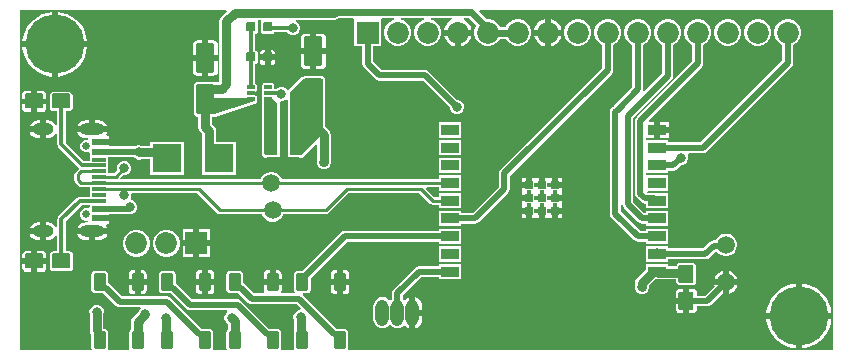
<source format=gbr>
%TF.GenerationSoftware,Altium Limited,Altium Designer,24.0.1 (36)*%
G04 Layer_Physical_Order=1*
G04 Layer_Color=255*
%FSLAX45Y45*%
%MOMM*%
%TF.SameCoordinates,0E29F696-F137-483D-8A73-7D746D5A856F*%
%TF.FilePolarity,Positive*%
%TF.FileFunction,Copper,L1,Top,Signal*%
%TF.Part,Single*%
G01*
G75*
%TA.AperFunction,BGAPad,CuDef*%
%ADD10R,0.70000X0.70000*%
%TA.AperFunction,SMDPad,CuDef*%
%ADD11R,1.50000X0.90000*%
G04:AMPARAMS|DCode=12|XSize=1.524mm|YSize=1.27mm|CornerRadius=0.09525mm|HoleSize=0mm|Usage=FLASHONLY|Rotation=270.000|XOffset=0mm|YOffset=0mm|HoleType=Round|Shape=RoundedRectangle|*
%AMROUNDEDRECTD12*
21,1,1.52400,1.07950,0,0,270.0*
21,1,1.33350,1.27000,0,0,270.0*
1,1,0.19050,-0.53975,-0.66675*
1,1,0.19050,-0.53975,0.66675*
1,1,0.19050,0.53975,0.66675*
1,1,0.19050,0.53975,-0.66675*
%
%ADD12ROUNDEDRECTD12*%
G04:AMPARAMS|DCode=13|XSize=1mm|YSize=1.5mm|CornerRadius=0.075mm|HoleSize=0mm|Usage=FLASHONLY|Rotation=0.000|XOffset=0mm|YOffset=0mm|HoleType=Round|Shape=RoundedRectangle|*
%AMROUNDEDRECTD13*
21,1,1.00000,1.35000,0,0,0.0*
21,1,0.85000,1.50000,0,0,0.0*
1,1,0.15000,0.42500,-0.67500*
1,1,0.15000,-0.42500,-0.67500*
1,1,0.15000,-0.42500,0.67500*
1,1,0.15000,0.42500,0.67500*
%
%ADD13ROUNDEDRECTD13*%
%ADD14R,0.80000X2.70000*%
G04:AMPARAMS|DCode=15|XSize=0.66mm|YSize=0.31mm|CornerRadius=0.02325mm|HoleSize=0mm|Usage=FLASHONLY|Rotation=0.000|XOffset=0mm|YOffset=0mm|HoleType=Round|Shape=RoundedRectangle|*
%AMROUNDEDRECTD15*
21,1,0.66000,0.26350,0,0,0.0*
21,1,0.61350,0.31000,0,0,0.0*
1,1,0.04650,0.30675,-0.13175*
1,1,0.04650,-0.30675,-0.13175*
1,1,0.04650,-0.30675,0.13175*
1,1,0.04650,0.30675,0.13175*
%
%ADD15ROUNDEDRECTD15*%
G04:AMPARAMS|DCode=16|XSize=0.762mm|YSize=0.762mm|CornerRadius=0.0381mm|HoleSize=0mm|Usage=FLASHONLY|Rotation=0.000|XOffset=0mm|YOffset=0mm|HoleType=Round|Shape=RoundedRectangle|*
%AMROUNDEDRECTD16*
21,1,0.76200,0.68580,0,0,0.0*
21,1,0.68580,0.76200,0,0,0.0*
1,1,0.07620,0.34290,-0.34290*
1,1,0.07620,-0.34290,-0.34290*
1,1,0.07620,-0.34290,0.34290*
1,1,0.07620,0.34290,0.34290*
%
%ADD16ROUNDEDRECTD16*%
%ADD17R,2.40000X2.40000*%
G04:AMPARAMS|DCode=18|XSize=2.5mm|YSize=1.6mm|CornerRadius=0.12mm|HoleSize=0mm|Usage=FLASHONLY|Rotation=90.000|XOffset=0mm|YOffset=0mm|HoleType=Round|Shape=RoundedRectangle|*
%AMROUNDEDRECTD18*
21,1,2.50000,1.36000,0,0,90.0*
21,1,2.26000,1.60000,0,0,90.0*
1,1,0.24000,0.68000,1.13000*
1,1,0.24000,0.68000,-1.13000*
1,1,0.24000,-0.68000,-1.13000*
1,1,0.24000,-0.68000,1.13000*
%
%ADD18ROUNDEDRECTD18*%
G04:AMPARAMS|DCode=19|XSize=1.524mm|YSize=1.27mm|CornerRadius=0.09525mm|HoleSize=0mm|Usage=FLASHONLY|Rotation=0.000|XOffset=0mm|YOffset=0mm|HoleType=Round|Shape=RoundedRectangle|*
%AMROUNDEDRECTD19*
21,1,1.52400,1.07950,0,0,0.0*
21,1,1.33350,1.27000,0,0,0.0*
1,1,0.19050,0.66675,-0.53975*
1,1,0.19050,-0.66675,-0.53975*
1,1,0.19050,-0.66675,0.53975*
1,1,0.19050,0.66675,0.53975*
%
%ADD19ROUNDEDRECTD19*%
%TA.AperFunction,ConnectorPad*%
%ADD20R,1.15000X0.30000*%
%ADD21R,1.15000X0.60000*%
%TA.AperFunction,Conductor*%
%ADD22C,0.50000*%
%ADD23C,0.25000*%
%ADD24C,0.60000*%
%ADD25C,0.75000*%
%ADD26C,0.30000*%
%TA.AperFunction,ComponentPad*%
%ADD27C,0.40000*%
%ADD28C,1.85000*%
%ADD29R,1.85000X1.85000*%
%ADD30O,1.11000X2.22000*%
%ADD31C,0.65000*%
%ADD32O,2.10000X1.00000*%
%ADD33O,1.80000X1.00000*%
%ADD34C,5.00000*%
%TA.AperFunction,ViaPad*%
%ADD35C,1.50000*%
%ADD36C,0.80000*%
G36*
X6941373Y2250000D02*
X6941373Y2249999D01*
Y750000D01*
Y58627D01*
X2842313D01*
X2836166Y67194D01*
X2834738Y71327D01*
X2836538Y80380D01*
Y215380D01*
X2834404Y226110D01*
X2828326Y235206D01*
X2819230Y241284D01*
X2808500Y243418D01*
X2742725D01*
X2741000Y243762D01*
X2735004D01*
X2451043Y527723D01*
X2448172Y529641D01*
X2452025Y542341D01*
X2488500D01*
X2499230Y544476D01*
X2508326Y550554D01*
X2514404Y559650D01*
X2516539Y570380D01*
Y668532D01*
X2828125Y980118D01*
X3602000D01*
Y961000D01*
X3792000D01*
Y1091000D01*
X3602000D01*
Y1071882D01*
X2809120D01*
X2791562Y1068389D01*
X2776677Y1058443D01*
X2451652Y733418D01*
X2403500D01*
X2392770Y731284D01*
X2383674Y725206D01*
X2377596Y716110D01*
X2375461Y705380D01*
Y570380D01*
X2377596Y559650D01*
X2381463Y553861D01*
X2377264Y542871D01*
X2375838Y541161D01*
X2271838D01*
X2265050Y553861D01*
X2267614Y557699D01*
X2270136Y570380D01*
Y612880D01*
X2118863D01*
Y570380D01*
X2121386Y557699D01*
X2123950Y553861D01*
X2117161Y541161D01*
X2036105D01*
X1956943Y620323D01*
X1945039Y628277D01*
Y705380D01*
X1942904Y716110D01*
X1936826Y725206D01*
X1927730Y731284D01*
X1917000Y733418D01*
X1832000D01*
X1821270Y731284D01*
X1812174Y725206D01*
X1806096Y716110D01*
X1803961Y705380D01*
Y570380D01*
X1806096Y559650D01*
X1812174Y550554D01*
X1821270Y544476D01*
X1832000Y542341D01*
X1897775D01*
X1899500Y541998D01*
X1905495D01*
X1984657Y462837D01*
X1999542Y452891D01*
X2017100Y449398D01*
X2399595D01*
X2433413Y415580D01*
X2428153Y402880D01*
X2418965D01*
X2396913Y393745D01*
X2380034Y376867D01*
X2370900Y354815D01*
Y330945D01*
X2374873Y321353D01*
Y160380D01*
X2375461Y157424D01*
Y80380D01*
X2377262Y71327D01*
X2375834Y67194D01*
X2369687Y58627D01*
X2270813D01*
X2264666Y67194D01*
X2263238Y71327D01*
X2265038Y80380D01*
Y215380D01*
X2262904Y226110D01*
X2256826Y235206D01*
X2247730Y241284D01*
X2237000Y243418D01*
X2171225D01*
X2169500Y243762D01*
X2163504D01*
X1930343Y476923D01*
X1915458Y486869D01*
X1897900Y490361D01*
X1515405D01*
X1385443Y620323D01*
X1373539Y628277D01*
Y705380D01*
X1371404Y716110D01*
X1365326Y725206D01*
X1356230Y731284D01*
X1345500Y733418D01*
X1260500D01*
X1249770Y731284D01*
X1240674Y725206D01*
X1234596Y716110D01*
X1232461Y705380D01*
Y570380D01*
X1234596Y559650D01*
X1240674Y550554D01*
X1249770Y544476D01*
X1260500Y542341D01*
X1326275D01*
X1328000Y541998D01*
X1333995D01*
X1463957Y412037D01*
X1478842Y402091D01*
X1496400Y398598D01*
X1806972D01*
X1809069Y394635D01*
X1810866Y385898D01*
X1795834Y370867D01*
X1786700Y348815D01*
Y324945D01*
X1795834Y302893D01*
X1812713Y286014D01*
X1813719Y285598D01*
X1815873Y283443D01*
Y237678D01*
X1812174Y235206D01*
X1806096Y226110D01*
X1803961Y215380D01*
Y80380D01*
X1805762Y71327D01*
X1804334Y67194D01*
X1798187Y58627D01*
X1699313D01*
X1693166Y67194D01*
X1691738Y71327D01*
X1693538Y80380D01*
Y215380D01*
X1691404Y226110D01*
X1685326Y235206D01*
X1676230Y241284D01*
X1665500Y243418D01*
X1599725D01*
X1598000Y243762D01*
X1592004D01*
X1333443Y502323D01*
X1318558Y512269D01*
X1301000Y515761D01*
X918505D01*
X813943Y620323D01*
X802039Y628277D01*
Y705380D01*
X799904Y716110D01*
X793826Y725206D01*
X784730Y731284D01*
X774000Y733418D01*
X689000D01*
X678270Y731284D01*
X669174Y725206D01*
X663096Y716110D01*
X660961Y705380D01*
Y570380D01*
X663096Y559650D01*
X669174Y550554D01*
X678270Y544476D01*
X689000Y542341D01*
X754775D01*
X756500Y541998D01*
X762495D01*
X867057Y437437D01*
X881942Y427491D01*
X899500Y423998D01*
X1073025D01*
X1078286Y411298D01*
X1066734Y399747D01*
X1065361Y396432D01*
X1010045Y341115D01*
X997336Y322095D01*
X992873Y299660D01*
Y237678D01*
X989174Y235206D01*
X983096Y226110D01*
X980961Y215380D01*
Y80380D01*
X982762Y71327D01*
X981334Y67194D01*
X975187Y58627D01*
X807813D01*
X801666Y67194D01*
X800238Y71327D01*
X802039Y80380D01*
Y215380D01*
X799904Y226110D01*
X793826Y235206D01*
X784730Y241284D01*
X774000Y243418D01*
X768507D01*
X762326Y252669D01*
Y371564D01*
X763700Y374879D01*
Y398749D01*
X754565Y420801D01*
X737687Y437680D01*
X715635Y446814D01*
X691765D01*
X669713Y437680D01*
X652834Y420801D01*
X643700Y398749D01*
Y374879D01*
X645073Y371564D01*
Y229314D01*
X649536Y206879D01*
X660373Y190660D01*
Y160380D01*
X660961Y157424D01*
Y80380D01*
X662762Y71327D01*
X661334Y67194D01*
X655187Y58627D01*
X58626D01*
X58627Y2941373D01*
X1800470Y2941373D01*
X1805330Y2929640D01*
X1761945Y2886255D01*
X1749236Y2867235D01*
X1744773Y2844800D01*
Y2335684D01*
X1739616Y2330526D01*
X1662300D01*
X1659788Y2330027D01*
X1557600D01*
X1545115Y2327543D01*
X1534530Y2320471D01*
X1527457Y2309886D01*
X1524973Y2297400D01*
Y2071400D01*
X1527457Y2058914D01*
X1534530Y2048329D01*
X1537304Y2046476D01*
X1538790Y2044251D01*
X1545406Y2039830D01*
X1553210Y2038278D01*
X1566973D01*
Y1946900D01*
X1571436Y1924465D01*
X1584145Y1905445D01*
X1599354Y1890236D01*
Y1766520D01*
X1600480Y1760857D01*
Y1544020D01*
X1880480D01*
Y1824020D01*
X1716607D01*
Y1914520D01*
X1712144Y1936955D01*
X1699435Y1955975D01*
X1684227Y1971184D01*
Y2038278D01*
X1697990D01*
X1701021Y2038881D01*
X1704093Y2039213D01*
X2048263Y2147163D01*
X2049066Y2147602D01*
X2049964Y2147780D01*
X2052533Y2149497D01*
X2055244Y2150979D01*
X2055818Y2151692D01*
X2056579Y2152201D01*
X2058296Y2154770D01*
X2060234Y2157177D01*
X2060491Y2158056D01*
X2061000Y2158816D01*
X2061602Y2161847D01*
X2062472Y2164812D01*
X2062373Y2165722D01*
X2062552Y2166620D01*
Y2171093D01*
X2062737Y2172025D01*
Y2198375D01*
X2062552Y2199307D01*
Y2199640D01*
X2061481Y2205026D01*
X2064937Y2210200D01*
X2059164D01*
X2056583Y2214063D01*
X2056160Y2214345D01*
X2056074Y2214474D01*
X2048688Y2219409D01*
X2039975Y2221142D01*
X2009300D01*
Y2249258D01*
X2039975D01*
X2048688Y2250991D01*
X2056074Y2255926D01*
X2058930Y2260200D01*
X2064937D01*
X2061429Y2265450D01*
X2062737Y2272025D01*
Y2298375D01*
X2061005Y2307086D01*
X2056070Y2314470D01*
X2048686Y2319404D01*
X2048636Y2319414D01*
Y2481711D01*
X2056530Y2483282D01*
X2064406Y2488544D01*
X2069668Y2496420D01*
X2071516Y2505710D01*
Y2574290D01*
X2069668Y2583580D01*
X2064406Y2591456D01*
X2056530Y2596718D01*
X2048636Y2598289D01*
Y2735711D01*
X2056530Y2737282D01*
X2064406Y2742544D01*
X2069668Y2750420D01*
X2071516Y2759710D01*
Y2828290D01*
X2069668Y2837580D01*
X2065597Y2843673D01*
X2067624Y2850843D01*
X2070927Y2856373D01*
X2094673D01*
X2097977Y2850843D01*
X2100003Y2843673D01*
X2095932Y2837580D01*
X2094084Y2828290D01*
Y2759710D01*
X2095932Y2750420D01*
X2101194Y2742544D01*
X2109070Y2737282D01*
X2118360Y2735434D01*
X2186940D01*
X2196230Y2737282D01*
X2204106Y2742544D01*
X2209368Y2750420D01*
X2210433Y2755774D01*
X2313526D01*
X2313874Y2754933D01*
X2330753Y2738054D01*
X2352805Y2728920D01*
X2376675D01*
X2398727Y2738054D01*
X2415606Y2754933D01*
X2424740Y2776985D01*
Y2800855D01*
X2415606Y2822907D01*
X2398727Y2839786D01*
X2389342Y2843673D01*
X2391868Y2856373D01*
X2717800D01*
X2740235Y2860836D01*
X2756226Y2871520D01*
X2878617D01*
X2887500Y2862500D01*
X2887500Y2858820D01*
Y2637500D01*
X2954119D01*
Y2486400D01*
X2957611Y2468842D01*
X2967557Y2453957D01*
X3066357Y2355157D01*
X3081242Y2345211D01*
X3098800Y2341718D01*
X3468415D01*
X3694120Y2116014D01*
Y2108965D01*
X3703254Y2086913D01*
X3720133Y2070034D01*
X3742185Y2060900D01*
X3766055D01*
X3788107Y2070034D01*
X3804986Y2086913D01*
X3814120Y2108965D01*
Y2132835D01*
X3804986Y2154887D01*
X3788107Y2171766D01*
X3766055Y2180900D01*
X3759006D01*
X3519863Y2420043D01*
X3504978Y2429989D01*
X3487420Y2433482D01*
X3117805D01*
X3045882Y2505405D01*
Y2637500D01*
X3112500D01*
Y2858820D01*
X3112500Y2862500D01*
X3121384Y2871520D01*
X3223784D01*
X3225456Y2858820D01*
X3210577Y2854833D01*
X3184924Y2840023D01*
X3163978Y2819077D01*
X3149167Y2793423D01*
X3141500Y2764811D01*
Y2735189D01*
X3149167Y2706577D01*
X3163978Y2680924D01*
X3184924Y2659978D01*
X3210577Y2645167D01*
X3239189Y2637500D01*
X3268811D01*
X3297423Y2645167D01*
X3323077Y2659978D01*
X3344023Y2680924D01*
X3358833Y2706577D01*
X3366500Y2735189D01*
Y2764811D01*
X3358833Y2793423D01*
X3344023Y2819077D01*
X3323077Y2840023D01*
X3297423Y2854833D01*
X3282544Y2858820D01*
X3284216Y2871520D01*
X3477784D01*
X3479456Y2858820D01*
X3464577Y2854833D01*
X3438924Y2840023D01*
X3417978Y2819077D01*
X3403167Y2793423D01*
X3395500Y2764811D01*
Y2735189D01*
X3403167Y2706577D01*
X3417978Y2680924D01*
X3438924Y2659978D01*
X3464577Y2645167D01*
X3493189Y2637500D01*
X3522811D01*
X3551423Y2645167D01*
X3577077Y2659978D01*
X3598023Y2680924D01*
X3612833Y2706577D01*
X3620500Y2735189D01*
Y2764811D01*
X3612833Y2793423D01*
X3598023Y2819077D01*
X3577077Y2840023D01*
X3551423Y2854833D01*
X3536544Y2858820D01*
X3538216Y2871520D01*
X3708653D01*
X3709648Y2869887D01*
X3705345Y2852968D01*
X3689853Y2844024D01*
X3667977Y2822147D01*
X3652508Y2795353D01*
X3647054Y2775000D01*
X3876946D01*
X3871493Y2795353D01*
X3856024Y2822147D01*
X3834147Y2844024D01*
X3818655Y2852968D01*
X3814353Y2869887D01*
X3815347Y2871520D01*
X3855336D01*
X3919317Y2807540D01*
X3911167Y2793423D01*
X3903500Y2764811D01*
Y2735189D01*
X3911167Y2706577D01*
X3925978Y2680924D01*
X3946924Y2659978D01*
X3972577Y2645167D01*
X4001189Y2637500D01*
X4030811D01*
X4059423Y2645167D01*
X4085077Y2659978D01*
X4106023Y2680924D01*
X4116471Y2699021D01*
X4169529D01*
X4179978Y2680924D01*
X4200924Y2659978D01*
X4226577Y2645167D01*
X4255189Y2637500D01*
X4284811D01*
X4313423Y2645167D01*
X4339077Y2659978D01*
X4360023Y2680924D01*
X4374833Y2706577D01*
X4382500Y2735189D01*
Y2764811D01*
X4374833Y2793423D01*
X4360023Y2819077D01*
X4339077Y2840023D01*
X4313423Y2854833D01*
X4284811Y2862500D01*
X4255189D01*
X4226577Y2854833D01*
X4200924Y2840023D01*
X4179978Y2819077D01*
X4169529Y2800980D01*
X4116471D01*
X4106023Y2819077D01*
X4085077Y2840023D01*
X4059423Y2854833D01*
X4030811Y2862500D01*
X4008549D01*
X3941409Y2929640D01*
X3946269Y2941373D01*
X6941373D01*
Y2250000D01*
D02*
G37*
G36*
X2042160Y2166620D02*
X1697990Y2058670D01*
X1553210D01*
X1694180Y2199640D01*
X2042160Y2199640D01*
Y2166620D01*
D02*
G37*
%LPC*%
G36*
X4549000Y2864946D02*
Y2775000D01*
X4638946D01*
X4633493Y2795353D01*
X4618024Y2822147D01*
X4596147Y2844024D01*
X4569353Y2859493D01*
X4549000Y2864946D01*
D02*
G37*
G36*
X4499000D02*
X4478647Y2859493D01*
X4451853Y2844024D01*
X4429977Y2822147D01*
X4414508Y2795353D01*
X4409054Y2775000D01*
X4499000D01*
Y2864946D01*
D02*
G37*
G36*
X375000Y2924468D02*
Y2675000D01*
X624468D01*
X618229Y2714396D01*
X604852Y2755563D01*
X585201Y2794131D01*
X559758Y2829150D01*
X529151Y2859758D01*
X494132Y2885201D01*
X455563Y2904852D01*
X414396Y2918228D01*
X375000Y2924468D01*
D02*
G37*
G36*
X325000D02*
X285604Y2918228D01*
X244437Y2904852D01*
X205869Y2885201D01*
X170850Y2859758D01*
X140242Y2829150D01*
X114799Y2794131D01*
X95148Y2755563D01*
X81771Y2714396D01*
X75532Y2675000D01*
X325000D01*
Y2924468D01*
D02*
G37*
G36*
X6316811Y2862500D02*
X6287189D01*
X6258577Y2854833D01*
X6232924Y2840023D01*
X6211978Y2819077D01*
X6197167Y2793423D01*
X6189500Y2764811D01*
Y2735189D01*
X6197167Y2706577D01*
X6211978Y2680924D01*
X6232924Y2659978D01*
X6258577Y2645167D01*
X6287189Y2637500D01*
X6316811D01*
X6345423Y2645167D01*
X6371077Y2659978D01*
X6392023Y2680924D01*
X6406833Y2706577D01*
X6414500Y2735189D01*
Y2764811D01*
X6406833Y2793423D01*
X6392023Y2819077D01*
X6371077Y2840023D01*
X6345423Y2854833D01*
X6316811Y2862500D01*
D02*
G37*
G36*
X6062811D02*
X6033189D01*
X6004577Y2854833D01*
X5978924Y2840023D01*
X5957978Y2819077D01*
X5943167Y2793423D01*
X5935500Y2764811D01*
Y2735189D01*
X5943167Y2706577D01*
X5957978Y2680924D01*
X5978924Y2659978D01*
X6004577Y2645167D01*
X6033189Y2637500D01*
X6062811D01*
X6091423Y2645167D01*
X6117077Y2659978D01*
X6138023Y2680924D01*
X6152833Y2706577D01*
X6160500Y2735189D01*
Y2764811D01*
X6152833Y2793423D01*
X6138023Y2819077D01*
X6117077Y2840023D01*
X6091423Y2854833D01*
X6062811Y2862500D01*
D02*
G37*
G36*
X4792811D02*
X4763189D01*
X4734577Y2854833D01*
X4708924Y2840023D01*
X4687978Y2819077D01*
X4673167Y2793423D01*
X4665500Y2764811D01*
Y2735189D01*
X4673167Y2706577D01*
X4687978Y2680924D01*
X4708924Y2659978D01*
X4734577Y2645167D01*
X4763189Y2637500D01*
X4792811D01*
X4821423Y2645167D01*
X4847077Y2659978D01*
X4868023Y2680924D01*
X4882833Y2706577D01*
X4890500Y2735189D01*
Y2764811D01*
X4882833Y2793423D01*
X4868023Y2819077D01*
X4847077Y2840023D01*
X4821423Y2854833D01*
X4792811Y2862500D01*
D02*
G37*
G36*
X4638946Y2725000D02*
X4549000D01*
Y2635054D01*
X4569353Y2640508D01*
X4596147Y2655977D01*
X4618024Y2677853D01*
X4633493Y2704647D01*
X4638946Y2725000D01*
D02*
G37*
G36*
X4499000D02*
X4409054D01*
X4414508Y2704647D01*
X4429977Y2677853D01*
X4451853Y2655977D01*
X4478647Y2640508D01*
X4499000Y2635054D01*
Y2725000D01*
D02*
G37*
G36*
X3876946D02*
X3787000D01*
Y2635054D01*
X3807353Y2640508D01*
X3834147Y2655977D01*
X3856024Y2677853D01*
X3871493Y2704647D01*
X3876946Y2725000D01*
D02*
G37*
G36*
X3737000D02*
X3647054D01*
X3652508Y2704647D01*
X3667977Y2677853D01*
X3689853Y2655977D01*
X3716647Y2640508D01*
X3737000Y2635054D01*
Y2725000D01*
D02*
G37*
G36*
X2608000Y2741525D02*
X2565000D01*
Y2615800D01*
X2645725D01*
Y2703800D01*
X2642853Y2718237D01*
X2634675Y2730476D01*
X2622436Y2738653D01*
X2608000Y2741525D01*
D02*
G37*
G36*
X2515000D02*
X2472000D01*
X2457564Y2738653D01*
X2445325Y2730476D01*
X2437147Y2718237D01*
X2434275Y2703800D01*
Y2615800D01*
X2515000D01*
Y2741525D01*
D02*
G37*
G36*
X2186940Y2603664D02*
X2177650D01*
Y2565000D01*
X2216314D01*
Y2574290D01*
X2214078Y2585531D01*
X2207711Y2595061D01*
X2198181Y2601428D01*
X2186940Y2603664D01*
D02*
G37*
G36*
X2127650D02*
X2118360D01*
X2107119Y2601428D01*
X2097589Y2595061D01*
X2091222Y2585531D01*
X2088986Y2574290D01*
Y2565000D01*
X2127650D01*
Y2603664D01*
D02*
G37*
G36*
X1693600Y2685125D02*
X1650600D01*
Y2559400D01*
X1731325D01*
Y2647400D01*
X1728453Y2661836D01*
X1720275Y2674075D01*
X1708036Y2682253D01*
X1693600Y2685125D01*
D02*
G37*
G36*
X1600600D02*
X1557600D01*
X1543164Y2682253D01*
X1530925Y2674075D01*
X1522747Y2661836D01*
X1519875Y2647400D01*
Y2559400D01*
X1600600D01*
Y2685125D01*
D02*
G37*
G36*
X2216314Y2515000D02*
X2177650D01*
Y2476336D01*
X2186940D01*
X2198181Y2478572D01*
X2207711Y2484939D01*
X2214078Y2494469D01*
X2216314Y2505710D01*
Y2515000D01*
D02*
G37*
G36*
X2127650D02*
X2088986D01*
Y2505710D01*
X2091222Y2494469D01*
X2097589Y2484939D01*
X2107119Y2478572D01*
X2118360Y2476336D01*
X2127650D01*
Y2515000D01*
D02*
G37*
G36*
X2645725Y2565800D02*
X2565000D01*
Y2440075D01*
X2608000D01*
X2622436Y2442947D01*
X2634675Y2451124D01*
X2642853Y2463363D01*
X2645725Y2477800D01*
Y2565800D01*
D02*
G37*
G36*
X2515000D02*
X2434275D01*
Y2477800D01*
X2437147Y2463363D01*
X2445325Y2451124D01*
X2457564Y2442947D01*
X2472000Y2440075D01*
X2515000D01*
Y2565800D01*
D02*
G37*
G36*
X1731325Y2509400D02*
X1650600D01*
Y2383675D01*
X1693600D01*
X1708036Y2386547D01*
X1720275Y2394724D01*
X1728453Y2406963D01*
X1731325Y2421400D01*
Y2509400D01*
D02*
G37*
G36*
X1600600D02*
X1519875D01*
Y2421400D01*
X1522747Y2406963D01*
X1530925Y2394724D01*
X1543164Y2386547D01*
X1557600Y2383675D01*
X1600600D01*
Y2509400D01*
D02*
G37*
G36*
X2608000Y2386427D02*
X2472000D01*
X2459515Y2383943D01*
X2449889Y2377512D01*
X2448561D01*
X2448560Y2377512D01*
X2440756Y2375960D01*
X2434141Y2371539D01*
X2434140Y2371539D01*
X2331782Y2269181D01*
X2322064Y2267242D01*
X2315666Y2270067D01*
X2302207Y2283526D01*
X2280155Y2292660D01*
X2256285D01*
X2234233Y2283526D01*
X2222229Y2271521D01*
X2209737Y2273631D01*
Y2298375D01*
X2208004Y2307086D01*
X2203070Y2314470D01*
X2195686Y2319404D01*
X2186975Y2321137D01*
X2125625D01*
X2116914Y2319404D01*
X2109530Y2314470D01*
X2104595Y2307086D01*
X2102863Y2298375D01*
Y2272025D01*
X2104595Y2263314D01*
X2106677Y2260200D01*
X2104595Y2257086D01*
X2102863Y2248375D01*
Y2222025D01*
X2104595Y2213314D01*
X2106559Y2210375D01*
X2104600Y2207444D01*
X2103048Y2199640D01*
Y2199307D01*
X2102863Y2198375D01*
Y2172025D01*
X2103048Y2171093D01*
Y1722160D01*
X2104600Y1714356D01*
X2109021Y1707741D01*
X2109021Y1707740D01*
X2121581Y1695181D01*
X2128196Y1690760D01*
X2136000Y1689208D01*
X2143804Y1690760D01*
X2148814Y1694108D01*
X2235200D01*
X2243004Y1695660D01*
X2249619Y1700081D01*
X2254040Y1706696D01*
X2255592Y1714500D01*
Y2153920D01*
X2254220Y2160815D01*
X2255370Y2163550D01*
X2262007Y2172660D01*
X2280155D01*
X2302207Y2181794D01*
X2308788Y2188375D01*
X2321488Y2183115D01*
Y2115820D01*
Y1717040D01*
X2323040Y1709236D01*
X2327461Y1702621D01*
X2334076Y1698200D01*
X2341880Y1696648D01*
X2420113D01*
X2421581Y1695181D01*
X2428196Y1690760D01*
X2436000Y1689208D01*
X2443804Y1690760D01*
X2450419Y1695181D01*
X2450420Y1695182D01*
X2556000Y1800762D01*
X2567733Y1795902D01*
Y1671330D01*
X2566360Y1668015D01*
Y1644145D01*
X2575494Y1622093D01*
X2592373Y1605214D01*
X2614425Y1596080D01*
X2638295D01*
X2660347Y1605214D01*
X2677226Y1622093D01*
X2686360Y1644145D01*
Y1668015D01*
X2684987Y1671330D01*
Y1882140D01*
X2680524Y1904575D01*
X2667815Y1923595D01*
X2655739Y1935671D01*
X2654366Y1938987D01*
X2639132Y1954221D01*
Y2120286D01*
X2640627Y2127800D01*
Y2353800D01*
X2638143Y2366286D01*
X2631070Y2376871D01*
X2620485Y2383943D01*
X2608000Y2386427D01*
D02*
G37*
G36*
X624468Y2625000D02*
X375000D01*
Y2375531D01*
X414396Y2381771D01*
X455563Y2395147D01*
X494132Y2414799D01*
X529151Y2440241D01*
X559758Y2470849D01*
X585201Y2505868D01*
X604852Y2544436D01*
X618229Y2585604D01*
X624468Y2625000D01*
D02*
G37*
G36*
X325000D02*
X75532D01*
X81771Y2585604D01*
X95148Y2544436D01*
X114799Y2505868D01*
X140242Y2470849D01*
X170850Y2440241D01*
X205869Y2414799D01*
X244437Y2395147D01*
X285604Y2381771D01*
X325000Y2375531D01*
Y2625000D01*
D02*
G37*
G36*
X5554811Y2862500D02*
X5525189D01*
X5496577Y2854833D01*
X5470924Y2840023D01*
X5449978Y2819077D01*
X5435167Y2793423D01*
X5427500Y2764811D01*
Y2735189D01*
X5435167Y2706577D01*
X5449978Y2680924D01*
X5470924Y2659978D01*
X5494119Y2646586D01*
Y2404325D01*
X5341492Y2251699D01*
X5329788Y2257955D01*
X5331882Y2268480D01*
Y2646586D01*
X5355077Y2659978D01*
X5376023Y2680924D01*
X5390833Y2706577D01*
X5398500Y2735189D01*
Y2764811D01*
X5390833Y2793423D01*
X5376023Y2819077D01*
X5355077Y2840023D01*
X5329423Y2854833D01*
X5300811Y2862500D01*
X5271189D01*
X5242577Y2854833D01*
X5216924Y2840023D01*
X5195978Y2819077D01*
X5181167Y2793423D01*
X5173500Y2764811D01*
Y2735189D01*
X5181167Y2706577D01*
X5195978Y2680924D01*
X5216924Y2659978D01*
X5240119Y2646586D01*
Y2287485D01*
X5083117Y2130483D01*
X5078002Y2122828D01*
X5062797Y2107623D01*
X5052851Y2092738D01*
X5049358Y2075180D01*
Y1216660D01*
X5052851Y1199102D01*
X5062797Y1184217D01*
X5253457Y993557D01*
X5268342Y983611D01*
X5285900Y980118D01*
X5352000D01*
Y961000D01*
X5542000D01*
Y1091000D01*
X5352000D01*
Y1071882D01*
X5304905D01*
X5141122Y1235665D01*
Y2050194D01*
X5144528Y2052901D01*
X5152799Y2049238D01*
X5156429Y2046137D01*
Y1295010D01*
X5159921Y1277451D01*
X5169867Y1262566D01*
X5288877Y1143557D01*
X5303762Y1133611D01*
X5321320Y1130118D01*
X5352000D01*
Y1111000D01*
X5542000D01*
Y1241000D01*
X5352000D01*
Y1224355D01*
X5339300Y1222906D01*
X5248192Y1314014D01*
Y2028626D01*
X5572443Y2352877D01*
X5582389Y2367762D01*
X5585882Y2385320D01*
Y2646586D01*
X5609077Y2659978D01*
X5630023Y2680924D01*
X5644833Y2706577D01*
X5652500Y2735189D01*
Y2764811D01*
X5644833Y2793423D01*
X5630023Y2819077D01*
X5609077Y2840023D01*
X5583423Y2854833D01*
X5554811Y2862500D01*
D02*
G37*
G36*
X241935Y2255796D02*
X200260D01*
Y2191620D01*
X277136D01*
Y2220595D01*
X274457Y2234066D01*
X266826Y2245486D01*
X255406Y2253117D01*
X241935Y2255796D01*
D02*
G37*
G36*
X150260D02*
X108585D01*
X95114Y2253117D01*
X83694Y2245486D01*
X76063Y2234066D01*
X73384Y2220595D01*
Y2191620D01*
X150260D01*
Y2255796D01*
D02*
G37*
G36*
X277136Y2141620D02*
X200260D01*
Y2077444D01*
X241935D01*
X255406Y2080123D01*
X266826Y2087754D01*
X274457Y2099174D01*
X277136Y2112645D01*
Y2141620D01*
D02*
G37*
G36*
X150260D02*
X73384D01*
Y2112645D01*
X76063Y2099174D01*
X83694Y2087754D01*
X95114Y2080123D01*
X108585Y2077444D01*
X150260D01*
Y2141620D01*
D02*
G37*
G36*
X470535Y2250698D02*
X337185D01*
X325665Y2248407D01*
X315899Y2241881D01*
X309373Y2232115D01*
X307082Y2220595D01*
Y2112645D01*
X309373Y2101125D01*
X315899Y2091359D01*
X325665Y2084833D01*
X337185Y2082542D01*
X370714D01*
Y1966309D01*
X358014Y1963783D01*
X355512Y1969823D01*
X343491Y1985491D01*
X327823Y1997512D01*
X309579Y2005069D01*
X290000Y2007647D01*
X275000D01*
Y1932000D01*
Y1856353D01*
X290000D01*
X309579Y1858930D01*
X327823Y1866488D01*
X343491Y1878509D01*
X355512Y1894177D01*
X358014Y1900217D01*
X370714Y1897691D01*
Y1803400D01*
X373431Y1789744D01*
X381166Y1778166D01*
X552406Y1606927D01*
X551569Y1598431D01*
X526569Y1573431D01*
X519386Y1562681D01*
X516863Y1550000D01*
Y1500000D01*
X519386Y1487319D01*
X526569Y1476569D01*
X551569Y1451569D01*
X562319Y1444386D01*
X575000Y1441864D01*
X648000D01*
Y1360686D01*
X563000D01*
X549344Y1357969D01*
X537767Y1350234D01*
X381166Y1193634D01*
X373431Y1182056D01*
X370714Y1168400D01*
Y1102309D01*
X358014Y1099783D01*
X355512Y1105824D01*
X343491Y1121491D01*
X327823Y1133512D01*
X309579Y1141070D01*
X290000Y1143647D01*
X275000D01*
Y1068000D01*
Y992353D01*
X290000D01*
X309579Y994931D01*
X327823Y1002488D01*
X343491Y1014510D01*
X355512Y1030177D01*
X358014Y1036217D01*
X370714Y1033691D01*
Y896878D01*
X339725D01*
X328205Y894587D01*
X318439Y888061D01*
X311913Y878295D01*
X309622Y866775D01*
Y758825D01*
X311913Y747305D01*
X318439Y737539D01*
X328205Y731013D01*
X339725Y728722D01*
X473075D01*
X484595Y731013D01*
X494361Y737539D01*
X500887Y747305D01*
X503178Y758825D01*
Y866775D01*
X500887Y878295D01*
X494361Y888061D01*
X484595Y894587D01*
X473075Y896878D01*
X442086D01*
Y1153618D01*
X577782Y1289314D01*
X648000D01*
Y1269146D01*
X635300Y1260660D01*
X628443Y1263500D01*
X607557D01*
X588261Y1255508D01*
X573493Y1240739D01*
X565500Y1221443D01*
Y1200557D01*
X573493Y1181261D01*
X588261Y1166493D01*
X607557Y1158500D01*
X625521D01*
X632959Y1151587D01*
X635511Y1147681D01*
X634288Y1143647D01*
X613000D01*
X593421Y1141070D01*
X575176Y1133512D01*
X559509Y1121491D01*
X547488Y1105824D01*
X542176Y1093000D01*
X793824D01*
X788512Y1105824D01*
X783543Y1112300D01*
X789806Y1125000D01*
X808000D01*
Y1155000D01*
X725500D01*
Y1205000D01*
X808000D01*
Y1214118D01*
X968722D01*
X978665Y1210000D01*
X1002535D01*
X1024587Y1219134D01*
X1041466Y1236013D01*
X1050600Y1258065D01*
Y1281935D01*
X1041466Y1303987D01*
X1024587Y1320866D01*
X1002535Y1330000D01*
X999646D01*
X992773Y1342700D01*
X999800Y1359665D01*
Y1383534D01*
X1005365Y1391863D01*
X1554075D01*
X1724769Y1221169D01*
X1735519Y1213986D01*
X1748200Y1211463D01*
X2106328D01*
X2107274Y1207932D01*
X2119781Y1186269D01*
X2137469Y1168581D01*
X2159132Y1156074D01*
X2183293Y1149600D01*
X2208307D01*
X2232468Y1156074D01*
X2254131Y1168581D01*
X2271819Y1186269D01*
X2284326Y1207932D01*
X2285272Y1211463D01*
X2643400D01*
X2656081Y1213986D01*
X2666831Y1221169D01*
X2837526Y1391863D01*
X3438075D01*
X3527369Y1302569D01*
X3538119Y1295386D01*
X3550800Y1292863D01*
X3602000D01*
Y1261000D01*
X3792000D01*
Y1391000D01*
X3602000D01*
Y1359136D01*
X3564526D01*
X3495332Y1428330D01*
X3500192Y1440063D01*
X3602000D01*
Y1411000D01*
X3792000D01*
Y1541000D01*
X3602000D01*
Y1506337D01*
X2273872D01*
X2272926Y1509868D01*
X2260419Y1531531D01*
X2242731Y1549219D01*
X2221068Y1561726D01*
X2196907Y1568200D01*
X2171893D01*
X2147732Y1561726D01*
X2126069Y1549219D01*
X2108381Y1531531D01*
X2095874Y1509868D01*
X2094928Y1506337D01*
X1084049D01*
X1075000Y1508137D01*
X911192D01*
X906332Y1519870D01*
X927015Y1540552D01*
X927865Y1540200D01*
X951735D01*
X973787Y1549334D01*
X990666Y1566213D01*
X999800Y1588265D01*
Y1612135D01*
X990666Y1634187D01*
X973787Y1651066D01*
X951735Y1660200D01*
X927865D01*
X905813Y1651066D01*
X888934Y1634187D01*
X879800Y1612135D01*
Y1588265D01*
X880152Y1587415D01*
X850875Y1558137D01*
X803000D01*
Y1694119D01*
X1019129D01*
X1029293Y1683954D01*
X1051345Y1674820D01*
X1075215D01*
X1078530Y1676193D01*
X1160480D01*
Y1544020D01*
X1440480D01*
Y1824020D01*
X1160480D01*
Y1793447D01*
X1078530D01*
X1075215Y1794820D01*
X1051345D01*
X1029766Y1785882D01*
X808000D01*
Y1795000D01*
X725500D01*
Y1845000D01*
X808000D01*
Y1875000D01*
X789806D01*
X783543Y1887700D01*
X788512Y1894177D01*
X793824Y1907000D01*
X542176D01*
X547488Y1894177D01*
X559509Y1878509D01*
X575176Y1866488D01*
X593421Y1858930D01*
X613000Y1856353D01*
X634288D01*
X635511Y1852319D01*
X632959Y1848413D01*
X625521Y1841500D01*
X607557D01*
X588261Y1833507D01*
X573493Y1818739D01*
X565500Y1799443D01*
Y1778557D01*
X573493Y1759261D01*
X588261Y1744493D01*
X607557Y1736500D01*
X628443D01*
X635300Y1739340D01*
X648000Y1730854D01*
Y1660686D01*
X599581D01*
X442086Y1818182D01*
Y2082542D01*
X470535D01*
X482055Y2084833D01*
X491821Y2091359D01*
X498347Y2101125D01*
X500638Y2112645D01*
Y2220595D01*
X498347Y2232115D01*
X491821Y2241881D01*
X482055Y2248407D01*
X470535Y2250698D01*
D02*
G37*
G36*
X723000Y2007647D02*
X693000D01*
Y1957000D01*
X793824D01*
X788512Y1969823D01*
X776491Y1985491D01*
X760824Y1997512D01*
X742579Y2005069D01*
X723000Y2007647D01*
D02*
G37*
G36*
X643000D02*
X613000D01*
X593421Y2005069D01*
X575176Y1997512D01*
X559509Y1985491D01*
X547488Y1969823D01*
X542176Y1957000D01*
X643000D01*
Y2007647D01*
D02*
G37*
G36*
X225000D02*
X210000D01*
X190421Y2005069D01*
X172177Y1997512D01*
X156509Y1985491D01*
X144488Y1969823D01*
X139176Y1957000D01*
X225000D01*
Y2007647D01*
D02*
G37*
G36*
X5547000Y1996000D02*
X5472000D01*
Y1950999D01*
X5547000D01*
Y1996000D01*
D02*
G37*
G36*
X3792000Y1991000D02*
X3602000D01*
Y1861000D01*
X3792000D01*
Y1991000D01*
D02*
G37*
G36*
X225000Y1907000D02*
X139176D01*
X144488Y1894177D01*
X156509Y1878509D01*
X172177Y1866488D01*
X190421Y1858930D01*
X210000Y1856353D01*
X225000D01*
Y1907000D01*
D02*
G37*
G36*
X5547000Y1900999D02*
X5472000D01*
Y1856000D01*
X5547000D01*
Y1900999D01*
D02*
G37*
G36*
X6570811Y2862500D02*
X6541189D01*
X6512577Y2854833D01*
X6486924Y2840023D01*
X6465978Y2819077D01*
X6451167Y2793423D01*
X6443500Y2764811D01*
Y2735189D01*
X6451167Y2706577D01*
X6465978Y2680924D01*
X6486924Y2659978D01*
X6510119Y2646586D01*
Y2513545D01*
X5818455Y1821882D01*
X5542000D01*
Y1841000D01*
X5354482D01*
Y1856000D01*
X5422001D01*
Y1925999D01*
Y1996000D01*
X5382020D01*
X5377159Y2007733D01*
X5826443Y2457017D01*
X5836389Y2471902D01*
X5839882Y2489460D01*
Y2646586D01*
X5863077Y2659978D01*
X5884023Y2680924D01*
X5898833Y2706577D01*
X5906500Y2735189D01*
Y2764811D01*
X5898833Y2793423D01*
X5884023Y2819077D01*
X5863077Y2840023D01*
X5837423Y2854833D01*
X5808811Y2862500D01*
X5779189D01*
X5750577Y2854833D01*
X5724924Y2840023D01*
X5703978Y2819077D01*
X5689167Y2793423D01*
X5681500Y2764811D01*
Y2735189D01*
X5689167Y2706577D01*
X5703978Y2680924D01*
X5724924Y2659978D01*
X5748119Y2646586D01*
Y2508465D01*
X5276157Y2036503D01*
X5266211Y2021618D01*
X5262718Y2004060D01*
Y1386840D01*
X5266211Y1369282D01*
X5276157Y1354397D01*
X5316997Y1313557D01*
X5331882Y1303611D01*
X5349440Y1300119D01*
X5352000D01*
Y1261000D01*
X5542000D01*
Y1391000D01*
X5431433D01*
X5427000Y1391882D01*
X5372201D01*
X5367199Y1398337D01*
X5372918Y1411000D01*
X5542000D01*
Y1541000D01*
X5354482D01*
Y1561000D01*
X5542000D01*
Y1580119D01*
X5588400D01*
X5605958Y1583611D01*
X5620843Y1593557D01*
X5658926Y1631640D01*
X5665975D01*
X5688027Y1640774D01*
X5704906Y1657653D01*
X5714040Y1679705D01*
Y1703575D01*
X5708306Y1717418D01*
X5716792Y1730118D01*
X5837460D01*
X5855018Y1733611D01*
X5869903Y1743557D01*
X6588443Y2462097D01*
X6598389Y2476982D01*
X6601882Y2494540D01*
Y2646586D01*
X6625077Y2659978D01*
X6646023Y2680924D01*
X6660833Y2706577D01*
X6668500Y2735189D01*
Y2764811D01*
X6660833Y2793423D01*
X6646023Y2819077D01*
X6625077Y2840023D01*
X6599423Y2854833D01*
X6570811Y2862500D01*
D02*
G37*
G36*
X3792000Y1841000D02*
X3602000D01*
Y1711000D01*
X3792000D01*
Y1841000D01*
D02*
G37*
G36*
Y1691000D02*
X3602000D01*
Y1561000D01*
X3792000D01*
Y1691000D01*
D02*
G37*
G36*
X4646000Y1516000D02*
X4611000D01*
Y1481000D01*
X4646000D01*
Y1516000D01*
D02*
G37*
G36*
X4340999D02*
X4306000D01*
Y1481000D01*
X4340999D01*
Y1516000D01*
D02*
G37*
G36*
X4561001D02*
X4501000D01*
Y1456000D01*
X4451000D01*
Y1516000D01*
X4390999D01*
Y1456000D01*
X4365999D01*
Y1431000D01*
X4306000D01*
Y1396000D01*
Y1371000D01*
X4365999D01*
Y1321000D01*
X4306000D01*
Y1286000D01*
Y1261000D01*
X4365999D01*
Y1236000D01*
X4390999D01*
Y1176000D01*
X4451000D01*
Y1236000D01*
X4501000D01*
Y1176000D01*
X4561001D01*
Y1236000D01*
X4586000D01*
Y1261000D01*
X4646000D01*
Y1286000D01*
Y1321000D01*
X4586000D01*
Y1371000D01*
X4646000D01*
Y1396000D01*
Y1431000D01*
X4586000D01*
Y1456000D01*
X4561001D01*
Y1516000D01*
D02*
G37*
G36*
X5046811Y2862500D02*
X5017189D01*
X4988577Y2854833D01*
X4962924Y2840023D01*
X4941978Y2819077D01*
X4927167Y2793423D01*
X4919500Y2764811D01*
Y2735189D01*
X4927167Y2706577D01*
X4941978Y2680924D01*
X4962924Y2659978D01*
X4986119Y2646586D01*
Y2452585D01*
X4122997Y1589463D01*
X4113051Y1574578D01*
X4109558Y1557020D01*
Y1443945D01*
X3887495Y1221881D01*
X3792000D01*
Y1241000D01*
X3602000D01*
Y1111000D01*
X3792000D01*
Y1130118D01*
X3906500D01*
X3924058Y1133611D01*
X3938943Y1143557D01*
X4187883Y1392497D01*
X4197829Y1407382D01*
X4201322Y1424940D01*
Y1538015D01*
X5064443Y2401137D01*
X5074389Y2416022D01*
X5077882Y2433580D01*
Y2646586D01*
X5101077Y2659978D01*
X5122023Y2680924D01*
X5136833Y2706577D01*
X5144500Y2735189D01*
Y2764811D01*
X5136833Y2793423D01*
X5122023Y2819077D01*
X5101077Y2840023D01*
X5075423Y2854833D01*
X5046811Y2862500D01*
D02*
G37*
G36*
X4646000Y1211000D02*
X4611000D01*
Y1176000D01*
X4646000D01*
Y1211000D01*
D02*
G37*
G36*
X4340999D02*
X4306000D01*
Y1176000D01*
X4340999D01*
Y1211000D01*
D02*
G37*
G36*
X225000Y1143647D02*
X210000D01*
X190421Y1141070D01*
X172177Y1133512D01*
X156509Y1121491D01*
X144488Y1105824D01*
X139176Y1093000D01*
X225000D01*
Y1143647D01*
D02*
G37*
G36*
X793824Y1043000D02*
X693000D01*
Y992353D01*
X723000D01*
X742579Y994931D01*
X760824Y1002488D01*
X776491Y1014510D01*
X788512Y1030177D01*
X793824Y1043000D01*
D02*
G37*
G36*
X643000D02*
X542176D01*
X547488Y1030177D01*
X559509Y1014510D01*
X575176Y1002488D01*
X593421Y994931D01*
X613000Y992353D01*
X643000D01*
Y1043000D01*
D02*
G37*
G36*
X225000D02*
X139176D01*
X144488Y1030177D01*
X156509Y1014510D01*
X172177Y1002488D01*
X190421Y994931D01*
X210000Y992353D01*
X225000D01*
Y1043000D01*
D02*
G37*
G36*
X1666900Y1082700D02*
X1574400D01*
Y990200D01*
X1666900D01*
Y1082700D01*
D02*
G37*
G36*
X1524400D02*
X1431900D01*
Y990200D01*
X1524400D01*
Y1082700D01*
D02*
G37*
G36*
X6045007Y1047500D02*
X6019993D01*
X5995832Y1041026D01*
X5974169Y1028519D01*
X5956481Y1010831D01*
X5945979Y992641D01*
X5930240D01*
X5912682Y989149D01*
X5897797Y979203D01*
X5840475Y921882D01*
X5542000D01*
Y941000D01*
X5458612D01*
X5457695Y941380D01*
X5433825D01*
X5432908Y941000D01*
X5352000D01*
Y811000D01*
X5542000D01*
Y830118D01*
X5859480D01*
X5877038Y833611D01*
X5891923Y843557D01*
X5942080Y893713D01*
X5956481Y894169D01*
X5974169Y876481D01*
X5995832Y863974D01*
X6019993Y857500D01*
X6045007D01*
X6069168Y863974D01*
X6090831Y876481D01*
X6108519Y894169D01*
X6121026Y915832D01*
X6127500Y939993D01*
Y965007D01*
X6121026Y989168D01*
X6108519Y1010831D01*
X6090831Y1028519D01*
X6069168Y1041026D01*
X6045007Y1047500D01*
D02*
G37*
G36*
X1310211Y1077700D02*
X1280589D01*
X1251977Y1070033D01*
X1226323Y1055222D01*
X1205378Y1034277D01*
X1190567Y1008623D01*
X1182900Y980011D01*
Y950389D01*
X1190567Y921777D01*
X1205378Y896123D01*
X1226323Y875178D01*
X1251977Y860367D01*
X1280589Y852700D01*
X1310211D01*
X1338823Y860367D01*
X1364477Y875178D01*
X1385422Y896123D01*
X1400233Y921777D01*
X1407900Y950389D01*
Y980011D01*
X1400233Y1008623D01*
X1385422Y1034277D01*
X1364477Y1055222D01*
X1338823Y1070033D01*
X1310211Y1077700D01*
D02*
G37*
G36*
X1056211D02*
X1026589D01*
X997977Y1070033D01*
X972323Y1055222D01*
X951378Y1034277D01*
X936567Y1008623D01*
X928900Y980011D01*
Y950389D01*
X936567Y921777D01*
X951378Y896123D01*
X972323Y875178D01*
X997977Y860367D01*
X1026589Y852700D01*
X1056211D01*
X1084823Y860367D01*
X1110477Y875178D01*
X1131422Y896123D01*
X1146233Y921777D01*
X1153900Y950389D01*
Y980011D01*
X1146233Y1008623D01*
X1131422Y1034277D01*
X1110477Y1055222D01*
X1084823Y1070033D01*
X1056211Y1077700D01*
D02*
G37*
G36*
X1666900Y940200D02*
X1574400D01*
Y847700D01*
X1666900D01*
Y940200D01*
D02*
G37*
G36*
X1524400D02*
X1431900D01*
Y847700D01*
X1524400D01*
Y940200D01*
D02*
G37*
G36*
X244475Y901976D02*
X202800D01*
Y837800D01*
X279676D01*
Y866775D01*
X276997Y880246D01*
X269366Y891666D01*
X257946Y899297D01*
X244475Y901976D01*
D02*
G37*
G36*
X152800D02*
X111125D01*
X97654Y899297D01*
X86234Y891666D01*
X78603Y880246D01*
X75924Y866775D01*
Y837800D01*
X152800D01*
Y901976D01*
D02*
G37*
G36*
X3792000Y941000D02*
X3602000D01*
Y811000D01*
X3792000D01*
Y941000D01*
D02*
G37*
G36*
X5751195Y802898D02*
X5643245D01*
X5631725Y800607D01*
X5621959Y794081D01*
X5615433Y784315D01*
X5614003Y777126D01*
X5542000D01*
Y791000D01*
X5352000D01*
Y743911D01*
X5278261Y670172D01*
X5265553Y651152D01*
X5261090Y628717D01*
Y614460D01*
X5258760Y608835D01*
Y584965D01*
X5267894Y562913D01*
X5284773Y546034D01*
X5306825Y536900D01*
X5330695D01*
X5352747Y546034D01*
X5369626Y562913D01*
X5378760Y584965D01*
Y604850D01*
X5434911Y661000D01*
X5448836D01*
X5454500Y659873D01*
X5613142D01*
Y639445D01*
X5615433Y627925D01*
X5621959Y618159D01*
X5631725Y611633D01*
X5643245Y609342D01*
X5751195D01*
X5762715Y611633D01*
X5772481Y618159D01*
X5779007Y627925D01*
X5781298Y639445D01*
Y772795D01*
X5779007Y784315D01*
X5772481Y794081D01*
X5762715Y800607D01*
X5751195Y802898D01*
D02*
G37*
G36*
X279676Y787800D02*
X202800D01*
Y723624D01*
X244475D01*
X257946Y726303D01*
X269366Y733934D01*
X276997Y745354D01*
X279676Y758825D01*
Y787800D01*
D02*
G37*
G36*
X152800D02*
X75924D01*
Y758825D01*
X78603Y745354D01*
X86234Y733934D01*
X97654Y726303D01*
X111125Y723624D01*
X152800D01*
Y787800D01*
D02*
G37*
G36*
X2808500Y738516D02*
X2791000D01*
Y662880D01*
X2841636D01*
Y705380D01*
X2839114Y718061D01*
X2831931Y728811D01*
X2821181Y735994D01*
X2808500Y738516D01*
D02*
G37*
G36*
X2741000D02*
X2723500D01*
X2710819Y735994D01*
X2700069Y728811D01*
X2692886Y718061D01*
X2690363Y705380D01*
Y662880D01*
X2741000D01*
Y738516D01*
D02*
G37*
G36*
X2237000D02*
X2219500D01*
Y662880D01*
X2270136D01*
Y705380D01*
X2267614Y718061D01*
X2260431Y728811D01*
X2249681Y735994D01*
X2237000Y738516D01*
D02*
G37*
G36*
X2169500D02*
X2152000D01*
X2139319Y735994D01*
X2128569Y728811D01*
X2121386Y718061D01*
X2118863Y705380D01*
Y662880D01*
X2169500D01*
Y738516D01*
D02*
G37*
G36*
X1665500D02*
X1648000D01*
Y662880D01*
X1698636D01*
Y705380D01*
X1696114Y718061D01*
X1688931Y728811D01*
X1678181Y735994D01*
X1665500Y738516D01*
D02*
G37*
G36*
X1598000D02*
X1580500D01*
X1567819Y735994D01*
X1557069Y728811D01*
X1549886Y718061D01*
X1547363Y705380D01*
Y662880D01*
X1598000D01*
Y738516D01*
D02*
G37*
G36*
X1094000D02*
X1076500D01*
Y662880D01*
X1127136D01*
Y705380D01*
X1124614Y718061D01*
X1117431Y728811D01*
X1106681Y735994D01*
X1094000Y738516D01*
D02*
G37*
G36*
X1026500D02*
X1009000D01*
X996319Y735994D01*
X985569Y728811D01*
X978386Y718061D01*
X975863Y705380D01*
Y662880D01*
X1026500D01*
Y738516D01*
D02*
G37*
G36*
X3792000Y791000D02*
X3602000D01*
Y771882D01*
X3431100D01*
X3413542Y768389D01*
X3398657Y758443D01*
X3218757Y578543D01*
X3208811Y563658D01*
X3205318Y546100D01*
Y493745D01*
X3197353Y487632D01*
X3194050Y483328D01*
X3181350D01*
X3178047Y487632D01*
X3162276Y499734D01*
X3143909Y507342D01*
X3124200Y509936D01*
X3104491Y507342D01*
X3086124Y499734D01*
X3070353Y487632D01*
X3058251Y471861D01*
X3050643Y453494D01*
X3048049Y433785D01*
Y322785D01*
X3050643Y303076D01*
X3058251Y284709D01*
X3070353Y268938D01*
X3086124Y256836D01*
X3104491Y249228D01*
X3124200Y246633D01*
X3143909Y249228D01*
X3162276Y256836D01*
X3178047Y268938D01*
X3181350Y273242D01*
X3194050D01*
X3197353Y268938D01*
X3213124Y256836D01*
X3231491Y249228D01*
X3251200Y246633D01*
X3270909Y249228D01*
X3289276Y256836D01*
X3303156Y267486D01*
X3310229Y269135D01*
X3317899D01*
X3320787Y265372D01*
X3337603Y252468D01*
X3353200Y246008D01*
Y378285D01*
Y510562D01*
X3337603Y504102D01*
X3320787Y491198D01*
X3317899Y487435D01*
X3310229D01*
X3303156Y489084D01*
X3297082Y493745D01*
Y527095D01*
X3450105Y680119D01*
X3602000D01*
Y661000D01*
X3792000D01*
Y791000D01*
D02*
G37*
G36*
X6057500Y731829D02*
Y660000D01*
X6129329D01*
X6125685Y673598D01*
X6112520Y696401D01*
X6093901Y715020D01*
X6071098Y728185D01*
X6057500Y731829D01*
D02*
G37*
G36*
X6007500D02*
X5993902Y728185D01*
X5971099Y715020D01*
X5952480Y696401D01*
X5939315Y673598D01*
X5935671Y660000D01*
X6007500D01*
Y731829D01*
D02*
G37*
G36*
X6129329Y610000D02*
X6057500D01*
Y538171D01*
X6071098Y541815D01*
X6093901Y554980D01*
X6112520Y573599D01*
X6125685Y596402D01*
X6129329Y610000D01*
D02*
G37*
G36*
X2841636Y612880D02*
X2791000D01*
Y537243D01*
X2808500D01*
X2821181Y539766D01*
X2831931Y546949D01*
X2839114Y557699D01*
X2841636Y570380D01*
Y612880D01*
D02*
G37*
G36*
X2741000D02*
X2690363D01*
Y570380D01*
X2692886Y557699D01*
X2700069Y546949D01*
X2710819Y539766D01*
X2723500Y537243D01*
X2741000D01*
Y612880D01*
D02*
G37*
G36*
X1698636D02*
X1648000D01*
Y537243D01*
X1665500D01*
X1678181Y539766D01*
X1688931Y546949D01*
X1696114Y557699D01*
X1698636Y570380D01*
Y612880D01*
D02*
G37*
G36*
X1598000D02*
X1547363D01*
Y570380D01*
X1549886Y557699D01*
X1557069Y546949D01*
X1567819Y539766D01*
X1580500Y537243D01*
X1598000D01*
Y612880D01*
D02*
G37*
G36*
X1127136D02*
X1076500D01*
Y537243D01*
X1094000D01*
X1106681Y539766D01*
X1117431Y546949D01*
X1124614Y557699D01*
X1127136Y570380D01*
Y612880D01*
D02*
G37*
G36*
X1026500D02*
X975863D01*
Y570380D01*
X978386Y557699D01*
X985569Y546949D01*
X996319Y539766D01*
X1009000Y537243D01*
X1026500D01*
Y612880D01*
D02*
G37*
G36*
X6007500Y610000D02*
X5935671D01*
X5937138Y604525D01*
X5856015Y523402D01*
X5786396D01*
Y544195D01*
X5783717Y557666D01*
X5776086Y569086D01*
X5764666Y576717D01*
X5751195Y579396D01*
X5722220D01*
Y477520D01*
Y375644D01*
X5751195D01*
X5764666Y378323D01*
X5776086Y385954D01*
X5783717Y397374D01*
X5786396Y410845D01*
Y431638D01*
X5875020D01*
X5892578Y435131D01*
X5907463Y445077D01*
X6002025Y539638D01*
X6007500Y538171D01*
Y610000D01*
D02*
G37*
G36*
X5672220Y579396D02*
X5643245D01*
X5629774Y576717D01*
X5618354Y569086D01*
X5610723Y557666D01*
X5608044Y544195D01*
Y502520D01*
X5672220D01*
Y579396D01*
D02*
G37*
G36*
X3403200Y510562D02*
Y403285D01*
X3459395D01*
Y433785D01*
X3456628Y454800D01*
X3448517Y474382D01*
X3435613Y491198D01*
X3418797Y504102D01*
X3403200Y510562D01*
D02*
G37*
G36*
X5672220Y452520D02*
X5608044D01*
Y410845D01*
X5610723Y397374D01*
X5618354Y385954D01*
X5629774Y378323D01*
X5643245Y375644D01*
X5672220D01*
Y452520D01*
D02*
G37*
G36*
X6675000Y624468D02*
Y375000D01*
X6924468D01*
X6918228Y414396D01*
X6904852Y455563D01*
X6885201Y494132D01*
X6859758Y529151D01*
X6829150Y559758D01*
X6794131Y585201D01*
X6755563Y604852D01*
X6714396Y618229D01*
X6675000Y624468D01*
D02*
G37*
G36*
X6625000D02*
X6585604Y618229D01*
X6544436Y604852D01*
X6505868Y585201D01*
X6470849Y559758D01*
X6440242Y529151D01*
X6414799Y494132D01*
X6395147Y455563D01*
X6381771Y414396D01*
X6375532Y375000D01*
X6625000D01*
Y624468D01*
D02*
G37*
G36*
X3459395Y353285D02*
X3403200D01*
Y246008D01*
X3418797Y252468D01*
X3435613Y265372D01*
X3448517Y282188D01*
X3456628Y301770D01*
X3459395Y322785D01*
Y353285D01*
D02*
G37*
G36*
X6924468Y325000D02*
X6675000D01*
Y75532D01*
X6714396Y81771D01*
X6755563Y95148D01*
X6794131Y114799D01*
X6829150Y140242D01*
X6859758Y170850D01*
X6885201Y205869D01*
X6904852Y244437D01*
X6918228Y285604D01*
X6924468Y325000D01*
D02*
G37*
G36*
X6625000D02*
X6375532D01*
X6381771Y285604D01*
X6395147Y244437D01*
X6414799Y205869D01*
X6440242Y170850D01*
X6470849Y140242D01*
X6505868Y114799D01*
X6544436Y95148D01*
X6585604Y81771D01*
X6625000Y75532D01*
Y325000D01*
D02*
G37*
%LPD*%
G36*
X2618740Y2354580D02*
Y1892340D01*
X2436000Y1709600D01*
X2428560Y1717040D01*
X2341880D01*
Y2115820D01*
Y2125980D01*
Y2136140D01*
Y2250440D01*
X2448560Y2357120D01*
X2616200D01*
X2618740Y2354580D01*
D02*
G37*
G36*
X2235200Y2153920D02*
Y1714500D01*
X2140900D01*
X2136000Y1709600D01*
X2123440Y1722160D01*
Y2199640D01*
X2189480D01*
X2235200Y2153920D01*
D02*
G37*
D10*
X4586000Y1456000D02*
D03*
X4476000D02*
D03*
X4366000D02*
D03*
Y1236000D02*
D03*
X4476000D02*
D03*
X4586000D02*
D03*
Y1346000D02*
D03*
X4366000D02*
D03*
X4476000D02*
D03*
D11*
X3697000Y726000D02*
D03*
Y876000D02*
D03*
Y1026000D02*
D03*
Y1176000D02*
D03*
Y1326000D02*
D03*
Y1476000D02*
D03*
Y1626000D02*
D03*
Y1776000D02*
D03*
Y1926000D02*
D03*
X5447000D02*
D03*
Y1776000D02*
D03*
Y1626000D02*
D03*
Y1476000D02*
D03*
Y1326000D02*
D03*
Y1176000D02*
D03*
Y1026000D02*
D03*
Y876000D02*
D03*
Y726000D02*
D03*
D12*
X5697220Y477520D02*
D03*
Y706120D02*
D03*
D13*
X1051500Y637880D02*
D03*
Y147880D02*
D03*
X731500Y637880D02*
D03*
Y147880D02*
D03*
X1874500D02*
D03*
Y637880D02*
D03*
X2194500Y147880D02*
D03*
Y637880D02*
D03*
X1623000D02*
D03*
Y147880D02*
D03*
X1303000Y637880D02*
D03*
Y147880D02*
D03*
X2446000D02*
D03*
Y637880D02*
D03*
X2766000Y147880D02*
D03*
Y637880D02*
D03*
D14*
X2176000Y1879600D02*
D03*
X2396000D02*
D03*
D15*
X2009300Y2285200D02*
D03*
Y2235200D02*
D03*
Y2185200D02*
D03*
X2156300D02*
D03*
Y2235200D02*
D03*
Y2285200D02*
D03*
D16*
X2012950Y2540000D02*
D03*
X2152650D02*
D03*
Y2794000D02*
D03*
X2012950D02*
D03*
D17*
X1740480Y1684020D02*
D03*
X1300480D02*
D03*
D18*
X2540000Y2240800D02*
D03*
Y2590800D02*
D03*
X1625600Y2534400D02*
D03*
Y2184400D02*
D03*
D19*
X403860Y2166620D02*
D03*
X175260D02*
D03*
X406400Y812800D02*
D03*
X177800D02*
D03*
D20*
X725500Y1675000D02*
D03*
Y1625000D02*
D03*
Y1575000D02*
D03*
Y1325000D02*
D03*
Y1375000D02*
D03*
Y1425000D02*
D03*
Y1525000D02*
D03*
Y1475000D02*
D03*
D21*
Y1260000D02*
D03*
Y1740000D02*
D03*
Y1180000D02*
D03*
Y1820000D02*
D03*
D22*
X5447000Y1776000D02*
X5837460D01*
X6556000Y2494540D02*
Y2750000D01*
X5837460Y1776000D02*
X6556000Y2494540D01*
X1045882Y1740000D02*
X1058682Y1727200D01*
X1066800D01*
X5697220Y477520D02*
X5875020D01*
X6032500Y635000D01*
X6026760Y946760D02*
X6032500Y952500D01*
X5859480Y876000D02*
X5930240Y946760D01*
X6026760D01*
X5451140Y876000D02*
X5859480D01*
X5445760Y881380D02*
X5451140Y876000D01*
X5588400Y1626000D02*
X5654040Y1691640D01*
X5447000Y1626000D02*
X5588400D01*
X1573000Y197880D02*
X1598000D01*
X899500Y469880D02*
X1301000D01*
X1598000Y197880D02*
X1623000Y172880D01*
X1301000Y469880D02*
X1573000Y197880D01*
X781500Y587880D02*
X899500Y469880D01*
X731500Y612880D02*
X756500Y587880D01*
X731500Y612880D02*
Y637880D01*
X756500Y587880D02*
X781500D01*
X4155440Y1424940D02*
Y1557020D01*
X5032000Y2433580D01*
Y2750000D01*
X3906500Y1176000D02*
X4155440Y1424940D01*
X3697000Y1176000D02*
X3906500D01*
X5095240Y1216660D02*
Y2075180D01*
X5115560Y2098040D02*
X5286000Y2268480D01*
X5095240Y1216660D02*
X5285900Y1026000D01*
X5095240Y2075180D02*
X5115560Y2095500D01*
Y2098040D01*
X5285900Y1026000D02*
X5447000D01*
X5286000Y2268480D02*
Y2750000D01*
X5202310Y2047630D02*
X5540000Y2385320D01*
Y2750000D01*
X5202310Y1295010D02*
Y2047630D01*
Y1295010D02*
X5321320Y1176000D01*
X5349440Y1346000D02*
X5427000D01*
X5308600Y1386840D02*
X5349440Y1346000D01*
X5308600Y1386840D02*
Y2004060D01*
X5427000Y1346000D02*
X5447000Y1326000D01*
X5308600Y2004060D02*
X5794000Y2489460D01*
X5321320Y1176000D02*
X5447000D01*
X5794000Y2489460D02*
Y2750000D01*
X5444200Y1473200D02*
X5447000Y1476000D01*
X5440680Y1473200D02*
X5444200D01*
X1249680Y1734820D02*
X1300480Y1684020D01*
X972482Y1260000D02*
X982482Y1270000D01*
X990600D01*
X725500Y1260000D02*
X972482D01*
X3487420Y2387600D02*
X3754120Y2120900D01*
X3098800Y2387600D02*
X3487420D01*
X3251200Y546100D02*
X3431100Y726000D01*
X3697000D01*
X3251200Y378285D02*
Y546100D01*
X2809120Y1026000D02*
X3697000D01*
X2446000Y662880D02*
X2809120Y1026000D01*
X2446000Y637880D02*
Y662880D01*
X2169500Y197880D02*
X2194500Y172880D01*
X1623000Y147880D02*
Y172880D01*
X1353000Y587880D02*
X1496400Y444480D01*
X1897900D01*
X2716000Y197880D02*
X2741000D01*
X2766000Y172880D01*
Y147880D02*
Y172880D01*
X2194500Y147880D02*
Y172880D01*
X2418600Y495280D02*
X2716000Y197880D01*
X2017100Y495280D02*
X2418600D01*
X1874500Y612880D02*
Y637880D01*
Y612880D02*
X1899500Y587880D01*
X1924500D01*
X2017100Y495280D01*
X1897900Y444480D02*
X2144500Y197880D01*
X2169500D01*
X1328000Y587880D02*
X1353000D01*
X1303000Y612880D02*
Y637880D01*
Y612880D02*
X1328000Y587880D01*
X725500Y1740000D02*
X1045882D01*
X3000000Y2486400D02*
Y2750000D01*
Y2486400D02*
X3098800Y2387600D01*
D23*
X2184400Y1473200D02*
X3694200D01*
X1076800D02*
X2184400D01*
X2195800Y1244600D02*
X2643400D01*
X1748200D02*
X2195800D01*
X2823800Y1425000D02*
X3451800D01*
X2643400Y1244600D02*
X2823800Y1425000D01*
X939800D02*
X1567800D01*
X1748200Y1244600D01*
X725500Y1425000D02*
X939800D01*
Y1371600D02*
Y1425000D01*
X864600Y1525000D02*
X939800Y1600200D01*
X725500Y1525000D02*
X864600D01*
X725500Y1475000D02*
X1075000D01*
X575000D02*
X725500D01*
X1075000D02*
X1076800Y1473200D01*
X550000Y1500000D02*
X575000Y1475000D01*
X550000Y1500000D02*
Y1550000D01*
X575000Y1575000D01*
X725500D01*
X3696000Y876000D02*
X3697000D01*
X3695700Y876300D02*
X3696000Y876000D01*
X3451800Y1425000D02*
X3550800Y1326000D01*
X3697000D01*
X3694200Y1473200D02*
X3697000Y1476000D01*
D24*
X4016000Y2750000D02*
X4270000D01*
X4016000D02*
Y2782953D01*
X2725300Y2922500D02*
X3876453D01*
X4016000Y2782953D01*
X2717800Y2915000D02*
X2725300Y2922500D01*
D25*
X1763900Y2271900D02*
X1803400Y2311400D01*
X2717800Y2915000D02*
X2717800Y2915000D01*
X1873600Y2915000D02*
X2717800D01*
X1803400Y2844800D02*
X1873600Y2915000D01*
X1803400Y2311400D02*
Y2844800D01*
X1662300Y2271900D02*
X1763900D01*
X1651000Y2260600D02*
X1662300Y2271900D01*
X1625600Y2229400D02*
X1651000Y2254800D01*
Y2260600D01*
X1625600Y2184400D02*
Y2229400D01*
X4756953Y2771048D02*
X4778000Y2750000D01*
X3508000D02*
X3529048Y2771048D01*
X2603500Y1905000D02*
X2626360Y1882140D01*
X2405380Y2103120D02*
X2603500Y1905000D01*
X5454500Y718500D02*
X5684840D01*
X5697220Y706120D01*
X5447000Y726000D02*
X5454500Y718500D01*
X1051500Y147880D02*
Y299660D01*
X1117600Y365760D01*
X1287900Y229314D02*
X1290500Y226714D01*
X1287900Y229314D02*
Y336880D01*
X1290500Y160380D02*
Y226714D01*
Y160380D02*
X1303000Y147880D01*
X703700Y229314D02*
Y386814D01*
X719000Y160380D02*
X731500Y147880D01*
X719000Y160380D02*
Y214014D01*
X703700Y229314D02*
X719000Y214014D01*
X1657980Y1766520D02*
X1740480Y1684020D01*
X1657980Y1766520D02*
Y1914520D01*
X1625600Y1946900D02*
X1657980Y1914520D01*
X1625600Y1946900D02*
Y2184400D01*
X5319717Y628717D02*
X5417000Y726000D01*
X5318760Y596900D02*
X5319717Y597857D01*
X5417000Y726000D02*
X5447000D01*
X5319717Y597857D02*
Y628717D01*
X2626360Y1656080D02*
Y1882140D01*
X2625403Y1657037D02*
X2626360Y1656080D01*
X2396000Y1784600D02*
Y1879600D01*
X1063280Y1734820D02*
X1249680D01*
X1874500Y122880D02*
Y147880D01*
X1846700Y335527D02*
Y336880D01*
X2430900Y341527D02*
Y342880D01*
Y341527D02*
X2433500Y338927D01*
Y160380D02*
Y338927D01*
Y160380D02*
X2446000Y147880D01*
X1846700Y335527D02*
X1874500Y307727D01*
Y147880D02*
Y307727D01*
D26*
X2362200Y2791460D02*
X2364740Y2788920D01*
X2155190Y2791460D02*
X2362200D01*
X2156300Y2235200D02*
X2156800Y2234700D01*
X2266180D01*
X2268220Y2232660D01*
X2152650Y2794000D02*
X2155190Y2791460D01*
X2012950Y2540000D02*
Y2794000D01*
Y2285700D02*
Y2540000D01*
X2012450Y2285200D02*
X2012950Y2285700D01*
X2009300Y2285200D02*
X2012450D01*
X563000Y1325000D02*
X725500D01*
X406400Y1168400D02*
X563000Y1325000D01*
X406400Y812800D02*
Y1168400D01*
Y1803400D02*
Y2146300D01*
Y1803400D02*
X584800Y1625000D01*
X725500D01*
D27*
X4586000Y1401000D02*
D03*
X4476000D02*
D03*
X4531000Y1456000D02*
D03*
X4421000D02*
D03*
X4531000Y1346000D02*
D03*
X4586000Y1291000D02*
D03*
X4476000D02*
D03*
X4421000Y1346000D02*
D03*
X4531000Y1236000D02*
D03*
X4366000Y1401000D02*
D03*
Y1291000D02*
D03*
X4421000Y1236000D02*
D03*
D28*
X6556000Y2750000D02*
D03*
X6302000D02*
D03*
X4778000D02*
D03*
X4524000D02*
D03*
X4270000D02*
D03*
X4016000D02*
D03*
X3254000D02*
D03*
X3508000D02*
D03*
X3762000D02*
D03*
X5032000D02*
D03*
X5286000D02*
D03*
X5540000D02*
D03*
X5794000D02*
D03*
X6048000D02*
D03*
X1041400Y965200D02*
D03*
X1295400D02*
D03*
D29*
X3000000Y2750000D02*
D03*
X1549400Y965200D02*
D03*
D30*
X3124200Y378285D02*
D03*
X3251200D02*
D03*
X3378200D02*
D03*
D31*
X618000Y1789000D02*
D03*
Y1211000D02*
D03*
D32*
X668000Y1068000D02*
D03*
Y1932000D02*
D03*
D33*
X250000Y1068000D02*
D03*
Y1932000D02*
D03*
D34*
X350000Y2650000D02*
D03*
X6650000Y350000D02*
D03*
D35*
X2184400Y1473200D02*
D03*
X2195800Y1244600D02*
D03*
X6032500Y635000D02*
D03*
Y952500D02*
D03*
D36*
X939800Y1371600D02*
D03*
Y1600200D02*
D03*
X2364740Y2788920D02*
D03*
X2603500Y1905000D02*
D03*
X5654040Y1691640D02*
D03*
X1117600Y365760D02*
D03*
X703700Y386814D02*
D03*
X1287900Y336880D02*
D03*
X1740480Y1684020D02*
D03*
X1836420Y2153920D02*
D03*
X2268220Y2232660D02*
D03*
X5318760Y596900D02*
D03*
X2626360Y1656080D02*
D03*
X3695700Y876300D02*
D03*
X5445760Y881380D02*
D03*
X5447000Y1476000D02*
D03*
X990600Y1270000D02*
D03*
X3754120Y2120900D02*
D03*
X2430900Y342880D02*
D03*
X1846700Y336880D02*
D03*
X2405380Y2103120D02*
D03*
X1063280Y1734820D02*
D03*
%TF.MD5,a7ab19a296719a59a161aa33d1285341*%
M02*

</source>
